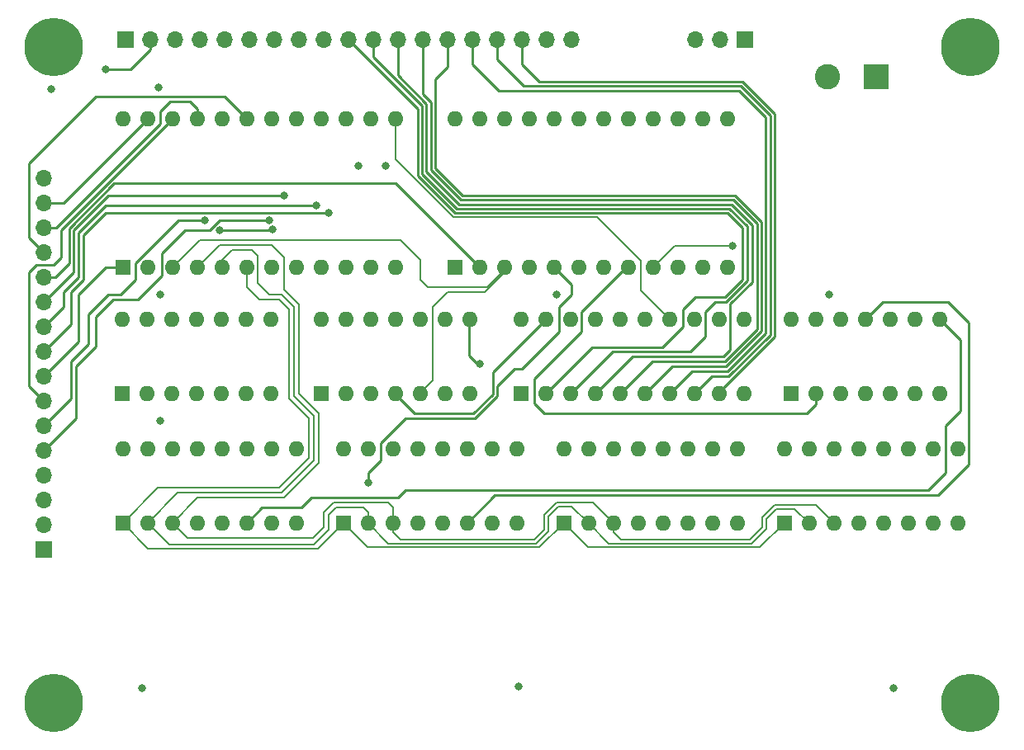
<source format=gbr>
%TF.GenerationSoftware,KiCad,Pcbnew,(5.1.9-0-10_14)*%
%TF.CreationDate,2021-07-06T01:07:33-04:00*%
%TF.ProjectId,ALU-181,414c552d-3138-4312-9e6b-696361645f70,rev?*%
%TF.SameCoordinates,Original*%
%TF.FileFunction,Copper,L2,Inr*%
%TF.FilePolarity,Positive*%
%FSLAX46Y46*%
G04 Gerber Fmt 4.6, Leading zero omitted, Abs format (unit mm)*
G04 Created by KiCad (PCBNEW (5.1.9-0-10_14)) date 2021-07-06 01:07:33*
%MOMM*%
%LPD*%
G01*
G04 APERTURE LIST*
%TA.AperFunction,ComponentPad*%
%ADD10O,1.600000X1.600000*%
%TD*%
%TA.AperFunction,ComponentPad*%
%ADD11R,1.600000X1.600000*%
%TD*%
%TA.AperFunction,ComponentPad*%
%ADD12O,1.700000X1.700000*%
%TD*%
%TA.AperFunction,ComponentPad*%
%ADD13R,1.700000X1.700000*%
%TD*%
%TA.AperFunction,ComponentPad*%
%ADD14C,0.800000*%
%TD*%
%TA.AperFunction,ComponentPad*%
%ADD15C,6.000000*%
%TD*%
%TA.AperFunction,ComponentPad*%
%ADD16C,2.600000*%
%TD*%
%TA.AperFunction,ComponentPad*%
%ADD17R,2.600000X2.600000*%
%TD*%
%TA.AperFunction,ViaPad*%
%ADD18C,0.800000*%
%TD*%
%TA.AperFunction,Conductor*%
%ADD19C,0.250000*%
%TD*%
%TA.AperFunction,Conductor*%
%ADD20C,0.200000*%
%TD*%
G04 APERTURE END LIST*
D10*
%TO.N,VCC*%
%TO.C,U7*%
X124206000Y-35306000D03*
%TO.N,GND*%
X139446000Y-42926000D03*
%TO.N,N/C*%
X126746000Y-35306000D03*
%TO.N,!ALU_S3*%
X136906000Y-42926000D03*
%TO.N,N/C*%
X129286000Y-35306000D03*
%TO.N,ALU_S3*%
X134366000Y-42926000D03*
%TO.N,N/C*%
X131826000Y-35306000D03*
%TO.N,NOT_ALU_OUT*%
X131826000Y-42926000D03*
%TO.N,N/C*%
X134366000Y-35306000D03*
%TO.N,ALU_OUT*%
X129286000Y-42926000D03*
%TO.N,ALU_MODE*%
X136906000Y-35306000D03*
%TO.N,NOT_CARRY*%
X126746000Y-42926000D03*
%TO.N,!ALU_MODE*%
X139446000Y-35306000D03*
D11*
%TO.N,CARRY*%
X124206000Y-42926000D03*
%TD*%
D12*
%TO.N,VCC*%
%TO.C,J2*%
X149860000Y-6604000D03*
%TO.N,GND*%
X147320000Y-6604000D03*
%TO.N,BUS_00*%
X144780000Y-6604000D03*
%TO.N,BUS_01*%
X142240000Y-6604000D03*
%TO.N,BUS_02*%
X139700000Y-6604000D03*
%TO.N,BUS_03*%
X137160000Y-6604000D03*
%TO.N,BUS_04*%
X134620000Y-6604000D03*
%TO.N,BUS_05*%
X132080000Y-6604000D03*
%TO.N,BUS_06*%
X129540000Y-6604000D03*
%TO.N,BUS_07*%
X127000000Y-6604000D03*
%TO.N,ALU_OUT*%
X124460000Y-6604000D03*
%TO.N,ALU_S3*%
X121920000Y-6604000D03*
%TO.N,ALU_S2*%
X119380000Y-6604000D03*
%TO.N,ALU_S1*%
X116840000Y-6604000D03*
%TO.N,ALU_S0*%
X114300000Y-6604000D03*
%TO.N,ALU_MODE*%
X111760000Y-6604000D03*
%TO.N,NOT_CARRY*%
X109220000Y-6604000D03*
%TO.N,A_EQ_B*%
X106680000Y-6604000D03*
D13*
%TO.N,A_GT_B*%
X104140000Y-6604000D03*
%TD*%
D12*
%TO.N,VCC*%
%TO.C,J17*%
X162560000Y-6604000D03*
%TO.N,Net-(J17-Pad2)*%
X165100000Y-6604000D03*
D13*
%TO.N,GND*%
X167640000Y-6604000D03*
%TD*%
D10*
%TO.N,VCC*%
%TO.C,U5*%
X171674000Y-48588000D03*
%TO.N,GND*%
X189454000Y-56208000D03*
%TO.N,Net-(D40-Pad1)*%
X174214000Y-48588000D03*
%TO.N,Net-(D33-Pad1)*%
X186914000Y-56208000D03*
%TO.N,Net-(D39-Pad1)*%
X176754000Y-48588000D03*
%TO.N,Net-(U3-Pad3)*%
X184374000Y-56208000D03*
%TO.N,Net-(D38-Pad1)*%
X179294000Y-48588000D03*
%TO.N,GND*%
X181834000Y-56208000D03*
%TO.N,Net-(D37-Pad1)*%
X181834000Y-48588000D03*
%TO.N,GND*%
X179294000Y-56208000D03*
%TO.N,Net-(D36-Pad1)*%
X184374000Y-48588000D03*
%TO.N,ALU_S2*%
X176754000Y-56208000D03*
%TO.N,Net-(D35-Pad1)*%
X186914000Y-48588000D03*
%TO.N,ALU_S1*%
X174214000Y-56208000D03*
%TO.N,Net-(D34-Pad1)*%
X189454000Y-48588000D03*
D11*
%TO.N,ALU_S0*%
X171674000Y-56208000D03*
%TD*%
D10*
%TO.N,VCC*%
%TO.C,U4*%
X149068000Y-48588000D03*
%TO.N,GND*%
X166848000Y-56208000D03*
%TO.N,Net-(D32-Pad1)*%
X151608000Y-48588000D03*
%TO.N,Net-(D25-Pad1)*%
X164308000Y-56208000D03*
%TO.N,Net-(D31-Pad1)*%
X154148000Y-48588000D03*
%TO.N,Net-(U3-Pad6)*%
X161768000Y-56208000D03*
%TO.N,Net-(D30-Pad1)*%
X156688000Y-48588000D03*
%TO.N,GND*%
X159228000Y-56208000D03*
%TO.N,Net-(D29-Pad1)*%
X159228000Y-48588000D03*
%TO.N,GND*%
X156688000Y-56208000D03*
%TO.N,Net-(D28-Pad1)*%
X161768000Y-48588000D03*
%TO.N,ALU_S2*%
X154148000Y-56208000D03*
%TO.N,Net-(D27-Pad1)*%
X164308000Y-48588000D03*
%TO.N,ALU_S1*%
X151608000Y-56208000D03*
%TO.N,Net-(D26-Pad1)*%
X166848000Y-48588000D03*
D11*
%TO.N,ALU_S0*%
X149068000Y-56208000D03*
%TD*%
D10*
%TO.N,VCC*%
%TO.C,U3*%
X172382000Y-35284000D03*
%TO.N,GND*%
X187622000Y-42904000D03*
%TO.N,ALU_S3*%
X174922000Y-35284000D03*
%TO.N,Net-(U3-Pad6)*%
X185082000Y-42904000D03*
%TO.N,!ALU_MODE*%
X177462000Y-35284000D03*
%TO.N,ALU_MODE*%
X182542000Y-42904000D03*
%TO.N,Net-(U2-Pad6)*%
X180002000Y-35284000D03*
%TO.N,!ALU_S3*%
X180002000Y-42904000D03*
X182542000Y-35284000D03*
%TO.N,Net-(U3-Pad3)*%
X177462000Y-42904000D03*
%TO.N,!ALU_MODE*%
X185082000Y-35284000D03*
%TO.N,ALU_MODE*%
X174922000Y-42904000D03*
%TO.N,Net-(U1-Pad6)*%
X187622000Y-35284000D03*
D11*
%TO.N,ALU_S3*%
X172382000Y-42904000D03*
%TD*%
D10*
%TO.N,VCC*%
%TO.C,U2*%
X126462000Y-48588000D03*
%TO.N,GND*%
X144242000Y-56208000D03*
%TO.N,Net-(D24-Pad1)*%
X129002000Y-48588000D03*
%TO.N,Net-(D17-Pad1)*%
X141702000Y-56208000D03*
%TO.N,Net-(D23-Pad1)*%
X131542000Y-48588000D03*
%TO.N,Net-(U2-Pad6)*%
X139162000Y-56208000D03*
%TO.N,Net-(D22-Pad1)*%
X134082000Y-48588000D03*
%TO.N,GND*%
X136622000Y-56208000D03*
%TO.N,Net-(D21-Pad1)*%
X136622000Y-48588000D03*
%TO.N,GND*%
X134082000Y-56208000D03*
%TO.N,Net-(D20-Pad1)*%
X139162000Y-48588000D03*
%TO.N,ALU_S2*%
X131542000Y-56208000D03*
%TO.N,Net-(D19-Pad1)*%
X141702000Y-48588000D03*
%TO.N,ALU_S1*%
X129002000Y-56208000D03*
%TO.N,Net-(D18-Pad1)*%
X144242000Y-48588000D03*
D11*
%TO.N,ALU_S0*%
X126462000Y-56208000D03*
%TD*%
D10*
%TO.N,VCC*%
%TO.C,U1*%
X103856000Y-48588000D03*
%TO.N,GND*%
X121636000Y-56208000D03*
%TO.N,Net-(D16-Pad1)*%
X106396000Y-48588000D03*
%TO.N,Net-(D9-Pad1)*%
X119096000Y-56208000D03*
%TO.N,Net-(D15-Pad1)*%
X108936000Y-48588000D03*
%TO.N,Net-(U1-Pad6)*%
X116556000Y-56208000D03*
%TO.N,Net-(D14-Pad1)*%
X111476000Y-48588000D03*
%TO.N,GND*%
X114016000Y-56208000D03*
%TO.N,Net-(D13-Pad1)*%
X114016000Y-48588000D03*
%TO.N,GND*%
X111476000Y-56208000D03*
%TO.N,Net-(D12-Pad1)*%
X116556000Y-48588000D03*
%TO.N,ALU_S2*%
X108936000Y-56208000D03*
%TO.N,Net-(D11-Pad1)*%
X119096000Y-48588000D03*
%TO.N,ALU_S1*%
X106396000Y-56208000D03*
%TO.N,Net-(D10-Pad1)*%
X121636000Y-48588000D03*
D11*
%TO.N,ALU_S0*%
X103856000Y-56208000D03*
%TD*%
D14*
%TO.N,N/C*%
%TO.C,REF\u002A\u002A*%
X192344990Y-73085010D03*
X190754000Y-72426000D03*
X189163010Y-73085010D03*
X188504000Y-74676000D03*
X189163010Y-76266990D03*
X190754000Y-76926000D03*
X192344990Y-76266990D03*
X193004000Y-74676000D03*
D15*
X190754000Y-74676000D03*
%TD*%
%TO.N,N/C*%
%TO.C,REF\u002A\u002A*%
X190754000Y-7366000D03*
D14*
X193004000Y-7366000D03*
X192344990Y-8956990D03*
X190754000Y-9616000D03*
X189163010Y-8956990D03*
X188504000Y-7366000D03*
X189163010Y-5775010D03*
X190754000Y-5116000D03*
X192344990Y-5775010D03*
%TD*%
D15*
%TO.N,N/C*%
%TO.C,REF\u002A\u002A*%
X96774000Y-74676000D03*
D14*
X99024000Y-74676000D03*
X98364990Y-76266990D03*
X96774000Y-76926000D03*
X95183010Y-76266990D03*
X94524000Y-74676000D03*
X95183010Y-73085010D03*
X96774000Y-72426000D03*
X98364990Y-73085010D03*
%TD*%
%TO.N,N/C*%
%TO.C,REF\u002A\u002A*%
X98364990Y-5775010D03*
X96774000Y-5116000D03*
X95183010Y-5775010D03*
X94524000Y-7366000D03*
X95183010Y-8956990D03*
X96774000Y-9616000D03*
X98364990Y-8956990D03*
X99024000Y-7366000D03*
D15*
X96774000Y-7366000D03*
%TD*%
D12*
%TO.N,A0*%
%TO.C,J4*%
X95758000Y-20828000D03*
%TO.N,A1*%
X95758000Y-23368000D03*
%TO.N,A2*%
X95758000Y-25908000D03*
%TO.N,A3*%
X95758000Y-28448000D03*
%TO.N,A4*%
X95758000Y-30988000D03*
%TO.N,A5*%
X95758000Y-33528000D03*
%TO.N,A6*%
X95758000Y-36068000D03*
%TO.N,A7*%
X95758000Y-38608000D03*
%TO.N,B0*%
X95758000Y-41148000D03*
%TO.N,B1*%
X95758000Y-43688000D03*
%TO.N,B2*%
X95758000Y-46228000D03*
%TO.N,B3*%
X95758000Y-48768000D03*
%TO.N,B4*%
X95758000Y-51308000D03*
%TO.N,B5*%
X95758000Y-53848000D03*
%TO.N,B6*%
X95758000Y-56388000D03*
D13*
%TO.N,B7*%
X95758000Y-58928000D03*
%TD*%
D10*
%TO.N,VCC*%
%TO.C,U11*%
X103886000Y-14732000D03*
%TO.N,GND*%
X131826000Y-29972000D03*
%TO.N,A1*%
X106426000Y-14732000D03*
%TO.N,F2*%
X129286000Y-29972000D03*
%TO.N,B1*%
X108966000Y-14732000D03*
%TO.N,F1*%
X126746000Y-29972000D03*
%TO.N,A2*%
X111506000Y-14732000D03*
%TO.N,F0*%
X124206000Y-29972000D03*
%TO.N,B2*%
X114046000Y-14732000D03*
%TO.N,ALU_MODE*%
X121666000Y-29972000D03*
%TO.N,A3*%
X116586000Y-14732000D03*
%TO.N,Net-(J17-Pad2)*%
X119126000Y-29972000D03*
%TO.N,B3*%
X119126000Y-14732000D03*
%TO.N,ALU_S0*%
X116586000Y-29972000D03*
%TO.N,Net-(U11-Pad17)*%
X121666000Y-14732000D03*
%TO.N,ALU_S1*%
X114046000Y-29972000D03*
%TO.N,CN+4*%
X124206000Y-14732000D03*
%TO.N,ALU_S2*%
X111506000Y-29972000D03*
%TO.N,Net-(U11-Pad15)*%
X126746000Y-14732000D03*
%TO.N,ALU_S3*%
X108966000Y-29972000D03*
%TO.N,A_EQ_B*%
X129286000Y-14732000D03*
%TO.N,A0*%
X106426000Y-29972000D03*
%TO.N,F3*%
X131826000Y-14732000D03*
D11*
%TO.N,B0*%
X103886000Y-29972000D03*
%TD*%
D10*
%TO.N,VCC*%
%TO.C,U10*%
X144696000Y-35284000D03*
%TO.N,GND*%
X167556000Y-42904000D03*
%TO.N,NOT_ALU_OUT*%
X147236000Y-35284000D03*
%TO.N,BUS_00*%
X165016000Y-42904000D03*
%TO.N,F7*%
X149776000Y-35284000D03*
%TO.N,BUS_01*%
X162476000Y-42904000D03*
%TO.N,F6*%
X152316000Y-35284000D03*
%TO.N,BUS_02*%
X159936000Y-42904000D03*
%TO.N,F5*%
X154856000Y-35284000D03*
%TO.N,BUS_03*%
X157396000Y-42904000D03*
%TO.N,F4*%
X157396000Y-35284000D03*
%TO.N,BUS_04*%
X154856000Y-42904000D03*
%TO.N,F3*%
X159936000Y-35284000D03*
%TO.N,BUS_05*%
X152316000Y-42904000D03*
%TO.N,F2*%
X162476000Y-35284000D03*
%TO.N,BUS_06*%
X149776000Y-42904000D03*
%TO.N,F1*%
X165016000Y-35284000D03*
%TO.N,BUS_07*%
X147236000Y-42904000D03*
%TO.N,F0*%
X167556000Y-35284000D03*
D11*
%TO.N,GND*%
X144696000Y-42904000D03*
%TD*%
D10*
%TO.N,VCC*%
%TO.C,U9*%
X137922000Y-14732000D03*
%TO.N,GND*%
X165862000Y-29972000D03*
%TO.N,A5*%
X140462000Y-14732000D03*
%TO.N,F6*%
X163322000Y-29972000D03*
%TO.N,B5*%
X143002000Y-14732000D03*
%TO.N,F5*%
X160782000Y-29972000D03*
%TO.N,A6*%
X145542000Y-14732000D03*
%TO.N,F4*%
X158242000Y-29972000D03*
%TO.N,B6*%
X148082000Y-14732000D03*
%TO.N,ALU_MODE*%
X155702000Y-29972000D03*
%TO.N,A7*%
X150622000Y-14732000D03*
%TO.N,CN+4*%
X153162000Y-29972000D03*
%TO.N,B7*%
X153162000Y-14732000D03*
%TO.N,ALU_S0*%
X150622000Y-29972000D03*
%TO.N,Net-(U9-Pad17)*%
X155702000Y-14732000D03*
%TO.N,ALU_S1*%
X148082000Y-29972000D03*
%TO.N,CARRY*%
X158242000Y-14732000D03*
%TO.N,ALU_S2*%
X145542000Y-29972000D03*
%TO.N,Net-(U9-Pad15)*%
X160782000Y-14732000D03*
%TO.N,ALU_S3*%
X143002000Y-29972000D03*
%TO.N,A_EQ_B*%
X163322000Y-14732000D03*
%TO.N,A4*%
X140462000Y-29972000D03*
%TO.N,F7*%
X165862000Y-14732000D03*
D11*
%TO.N,B4*%
X137922000Y-29972000D03*
%TD*%
D10*
%TO.N,VCC*%
%TO.C,U8*%
X103802000Y-35284000D03*
%TO.N,GND*%
X119042000Y-42904000D03*
%TO.N,N/C*%
X106342000Y-35284000D03*
%TO.N,A_EQ_B*%
X116502000Y-42904000D03*
%TO.N,N/C*%
X108882000Y-35284000D03*
%TO.N,CARRY*%
X113962000Y-42904000D03*
%TO.N,N/C*%
X111422000Y-35284000D03*
%TO.N,A_GT_B*%
X111422000Y-42904000D03*
%TO.N,N/C*%
X113962000Y-35284000D03*
X108882000Y-42904000D03*
X116502000Y-35284000D03*
X106342000Y-42904000D03*
X119042000Y-35284000D03*
D11*
X103802000Y-42904000D03*
%TD*%
D16*
%TO.N,GND*%
%TO.C,J3*%
X176102000Y-10414000D03*
D17*
%TO.N,VCC*%
X181102000Y-10414000D03*
%TD*%
D18*
%TO.N,VCC*%
X182880000Y-73152000D03*
X105801500Y-73152000D03*
X144410000Y-73030000D03*
%TO.N,GND*%
X176276000Y-32766000D03*
X148314000Y-32744000D03*
X107696000Y-32766000D03*
X107696000Y-45720000D03*
X130810000Y-19558000D03*
X107569000Y-11557000D03*
X96520000Y-11684000D03*
%TO.N,ALU_OUT*%
X128016000Y-19558000D03*
%TO.N,ALU_S2*%
X113831777Y-26131542D03*
X119188231Y-26094695D03*
%TO.N,ALU_S1*%
X129032000Y-52070000D03*
%TO.N,F4*%
X166370000Y-27770021D03*
%TO.N,A_EQ_B*%
X102108000Y-9652000D03*
%TO.N,A5*%
X120396000Y-22606000D03*
%TO.N,A6*%
X123698000Y-23622000D03*
%TO.N,A7*%
X124968000Y-24384000D03*
%TO.N,B2*%
X112263340Y-25141340D03*
%TO.N,B3*%
X118872000Y-25146000D03*
%TO.N,!ALU_MODE*%
X140462000Y-39878000D03*
%TD*%
D19*
%TO.N,ALU_MODE*%
X150901001Y-34518999D02*
X155448000Y-29972000D01*
X146050000Y-41402000D02*
X150901001Y-36550999D01*
X146050000Y-43942000D02*
X146050000Y-41402000D01*
X173990000Y-44958000D02*
X147066000Y-44958000D01*
X174922000Y-44026000D02*
X173990000Y-44958000D01*
X150901001Y-36550999D02*
X150901001Y-34518999D01*
X147066000Y-44958000D02*
X146050000Y-43942000D01*
X155448000Y-29972000D02*
X155702000Y-29972000D01*
X174922000Y-42904000D02*
X174922000Y-44026000D01*
D20*
%TO.N,ALU_S3*%
X143002000Y-30226000D02*
X143002000Y-29972000D01*
X135128000Y-32004000D02*
X141224000Y-32004000D01*
X134366000Y-31242000D02*
X135128000Y-32004000D01*
X141224000Y-32004000D02*
X143002000Y-30226000D01*
X108966000Y-29972000D02*
X111760000Y-27178000D01*
X111760000Y-27178000D02*
X132334000Y-27178000D01*
X134366000Y-29210000D02*
X134366000Y-31242000D01*
X132334000Y-27178000D02*
X134366000Y-29210000D01*
X137160000Y-32512000D02*
X140970000Y-32512000D01*
X143002000Y-30480000D02*
X143002000Y-29972000D01*
X135636000Y-34036000D02*
X137160000Y-32512000D01*
X140970000Y-32512000D02*
X143002000Y-30480000D01*
X135636000Y-41550000D02*
X135636000Y-34036000D01*
X134282000Y-42904000D02*
X135636000Y-41550000D01*
%TO.N,ALU_S2*%
X108936000Y-56208000D02*
X110490000Y-57762000D01*
X110490000Y-57762000D02*
X123340000Y-57762000D01*
X123340000Y-57762000D02*
X124460000Y-56642000D01*
X124460000Y-56642000D02*
X124460000Y-55118000D01*
X124460000Y-55118000D02*
X125476000Y-54102000D01*
X125476000Y-54102000D02*
X131064000Y-54102000D01*
X131542000Y-54580000D02*
X131542000Y-56208000D01*
X131064000Y-54102000D02*
X131542000Y-54580000D01*
X131542000Y-56208000D02*
X131542000Y-57120000D01*
X131542000Y-57120000D02*
X132334000Y-57912000D01*
X132334000Y-57912000D02*
X146050000Y-57912000D01*
X146050000Y-57912000D02*
X147066000Y-56896000D01*
X147066000Y-56896000D02*
X147066000Y-55372000D01*
X147066000Y-55372000D02*
X148336000Y-54102000D01*
X152042000Y-54102000D02*
X154148000Y-56208000D01*
X148336000Y-54102000D02*
X152042000Y-54102000D01*
X174902000Y-54356000D02*
X176754000Y-56208000D01*
X170688000Y-54356000D02*
X174902000Y-54356000D01*
X169418000Y-55626000D02*
X170688000Y-54356000D01*
X169418000Y-56642000D02*
X169418000Y-55626000D01*
X154940000Y-57912000D02*
X168148000Y-57912000D01*
X154148000Y-57120000D02*
X154940000Y-57912000D01*
X168148000Y-57912000D02*
X169418000Y-56642000D01*
X154148000Y-56208000D02*
X154148000Y-57120000D01*
X108936000Y-56208000D02*
X111550000Y-53594000D01*
X111550000Y-53594000D02*
X120396000Y-53594000D01*
X120396000Y-53594000D02*
X123952000Y-50038000D01*
X123952000Y-50038000D02*
X123952000Y-44958000D01*
X123952000Y-44958000D02*
X121920000Y-42926000D01*
X121920000Y-42926000D02*
X121920000Y-33782000D01*
X121920000Y-33782000D02*
X120396000Y-32258000D01*
X120396000Y-32258000D02*
X120396000Y-28956000D01*
X120396000Y-28956000D02*
X119126000Y-27686000D01*
X113792000Y-27686000D02*
X111506000Y-29972000D01*
X119126000Y-27686000D02*
X113792000Y-27686000D01*
D19*
X119151384Y-26131542D02*
X119188231Y-26094695D01*
X113831777Y-26131542D02*
X119151384Y-26131542D01*
D20*
%TO.N,ALU_S1*%
X124968000Y-55372000D02*
X125730000Y-54610000D01*
X124968000Y-56896000D02*
X124968000Y-55372000D01*
X129002000Y-55088000D02*
X129002000Y-56208000D01*
X108608000Y-58420000D02*
X123444000Y-58420000D01*
X106396000Y-56208000D02*
X108608000Y-58420000D01*
X125730000Y-54610000D02*
X128524000Y-54610000D01*
X128524000Y-54610000D02*
X129002000Y-55088000D01*
X123444000Y-58420000D02*
X124968000Y-56896000D01*
X129002000Y-56208000D02*
X131106011Y-58312011D01*
X146215689Y-58312011D02*
X147466009Y-57061691D01*
X147466009Y-55537691D02*
X148501689Y-54502011D01*
X131106011Y-58312011D02*
X146215689Y-58312011D01*
X147466009Y-57061691D02*
X147466009Y-55537691D01*
X148501689Y-54502011D02*
X149902011Y-54502011D01*
X149902011Y-54502011D02*
X151608000Y-56208000D01*
X169818011Y-56807689D02*
X169818011Y-55791689D01*
X169818011Y-55791689D02*
X170853689Y-54756011D01*
X168313689Y-58312011D02*
X169818011Y-56807689D01*
X151608000Y-56208000D02*
X153712011Y-58312011D01*
X153712011Y-58312011D02*
X168313689Y-58312011D01*
X172762011Y-54756011D02*
X174214000Y-56208000D01*
X170853689Y-54756011D02*
X172762011Y-54756011D01*
X114046000Y-29210000D02*
X114046000Y-29972000D01*
X115062000Y-28194000D02*
X114046000Y-29210000D01*
X117094000Y-28194000D02*
X115062000Y-28194000D01*
X120142000Y-53086000D02*
X123444000Y-49784000D01*
X117686001Y-31580001D02*
X117686001Y-28786001D01*
X123444000Y-45212000D02*
X121412000Y-43180000D01*
X121412000Y-43180000D02*
X121412000Y-34036000D01*
X123444000Y-49784000D02*
X123444000Y-45212000D01*
X120142000Y-32766000D02*
X118872000Y-32766000D01*
X121412000Y-34036000D02*
X120142000Y-32766000D01*
X109518000Y-53086000D02*
X120142000Y-53086000D01*
X117686001Y-28786001D02*
X117094000Y-28194000D01*
X118872000Y-32766000D02*
X117686001Y-31580001D01*
X106396000Y-56208000D02*
X109518000Y-53086000D01*
D19*
X130302000Y-49784000D02*
X129032000Y-51054000D01*
X132842000Y-45466000D02*
X130302000Y-48006000D01*
X130302000Y-48006000D02*
X130302000Y-49784000D01*
X139954000Y-45466000D02*
X132842000Y-45466000D01*
X142240000Y-42164000D02*
X142240000Y-43180000D01*
X142240000Y-43180000D02*
X139954000Y-45466000D01*
X144780000Y-40386000D02*
X144018000Y-40386000D01*
X148082000Y-29972000D02*
X149860000Y-31750000D01*
X129032000Y-51054000D02*
X129032000Y-52070000D01*
X149860000Y-32766000D02*
X148590000Y-34036000D01*
X148590000Y-36576000D02*
X144780000Y-40386000D01*
X148590000Y-34036000D02*
X148590000Y-36576000D01*
X144018000Y-40386000D02*
X142240000Y-42164000D01*
X149860000Y-31750000D02*
X149860000Y-32766000D01*
D20*
%TO.N,ALU_S0*%
X103856000Y-56208000D02*
X106468011Y-58820011D01*
X106468011Y-58820011D02*
X123849989Y-58820011D01*
X123849989Y-58820011D02*
X126462000Y-56208000D01*
X126462000Y-56208000D02*
X128966022Y-58712022D01*
X128966022Y-58712022D02*
X146563978Y-58712022D01*
X146563978Y-58712022D02*
X149068000Y-56208000D01*
X149068000Y-56208000D02*
X151572020Y-58712020D01*
X151572020Y-58712020D02*
X169169980Y-58712020D01*
X169169980Y-58712020D02*
X171674000Y-56208000D01*
X103856000Y-56208000D02*
X107486000Y-52578000D01*
X107486000Y-52578000D02*
X119888000Y-52578000D01*
X119888000Y-52578000D02*
X122936000Y-49530000D01*
X122936000Y-49530000D02*
X122936000Y-45466000D01*
X122936000Y-45466000D02*
X120904000Y-43434000D01*
X120904000Y-43434000D02*
X120904000Y-34290000D01*
X120904000Y-34290000D02*
X119888000Y-33274000D01*
X119888000Y-33274000D02*
X117856000Y-33274000D01*
X116586000Y-32004000D02*
X116586000Y-29972000D01*
X117856000Y-33274000D02*
X116586000Y-32004000D01*
D19*
%TO.N,NOT_ALU_OUT*%
X147236000Y-35284000D02*
X141789989Y-40730011D01*
X141789989Y-40730011D02*
X141789989Y-42993601D01*
X141789989Y-42993601D02*
X139825590Y-44958000D01*
X139825590Y-44958000D02*
X133796000Y-44958000D01*
X133796000Y-44958000D02*
X131742000Y-42904000D01*
D20*
%TO.N,F4*%
X158242000Y-29972000D02*
X160443979Y-27770021D01*
X160443979Y-27770021D02*
X166370000Y-27770021D01*
%TO.N,F3*%
X131826000Y-18894699D02*
X131826000Y-14732000D01*
X137762355Y-24831055D02*
X131826000Y-18894699D01*
X156972000Y-29274000D02*
X152529055Y-24831055D01*
X156972000Y-32320000D02*
X156972000Y-29274000D01*
X152529055Y-24831055D02*
X137762355Y-24831055D01*
X159936000Y-35284000D02*
X156972000Y-32320000D01*
D19*
%TO.N,BUS_00*%
X170688000Y-37084000D02*
X170688000Y-14224000D01*
X144780000Y-9144000D02*
X144780000Y-6604000D01*
X165016000Y-42756000D02*
X170688000Y-37084000D01*
X167386000Y-10922000D02*
X146558000Y-10922000D01*
X170688000Y-14224000D02*
X167386000Y-10922000D01*
X146558000Y-10922000D02*
X144780000Y-9144000D01*
X165016000Y-42904000D02*
X165016000Y-42756000D01*
%TO.N,BUS_01*%
X167199601Y-11372011D02*
X144976011Y-11372011D01*
X170237989Y-36897601D02*
X170237989Y-14410399D01*
X165987590Y-41148000D02*
X170237989Y-36897601D01*
X170237989Y-14410399D02*
X167199601Y-11372011D01*
X164232000Y-41148000D02*
X165987590Y-41148000D01*
X142240000Y-8636000D02*
X142240000Y-6604000D01*
X144976011Y-11372011D02*
X142240000Y-8636000D01*
X162476000Y-42904000D02*
X164232000Y-41148000D01*
%TO.N,BUS_02*%
X142378022Y-11822022D02*
X139700000Y-9144000D01*
X167013202Y-11822022D02*
X142378022Y-11822022D01*
X169787978Y-14596798D02*
X167013202Y-11822022D01*
X169787978Y-36711202D02*
X169787978Y-14596798D01*
X162200000Y-40640000D02*
X165859180Y-40640000D01*
X139700000Y-9144000D02*
X139700000Y-6604000D01*
X165859180Y-40640000D02*
X169787978Y-36711202D01*
X159936000Y-42904000D02*
X162200000Y-40640000D01*
%TO.N,BUS_03*%
X138684000Y-22606000D02*
X166624000Y-22606000D01*
X165730770Y-40132000D02*
X160168000Y-40132000D01*
X135890000Y-19812000D02*
X138684000Y-22606000D01*
X169337967Y-36524803D02*
X165730770Y-40132000D01*
X169337967Y-25319967D02*
X169337967Y-36524803D01*
X160168000Y-40132000D02*
X157396000Y-42904000D01*
X166624000Y-22606000D02*
X169337967Y-25319967D01*
X135890000Y-19812000D02*
X135890000Y-10668000D01*
X137160000Y-9398000D02*
X137160000Y-6604000D01*
X135890000Y-10668000D02*
X137160000Y-9398000D01*
%TO.N,BUS_04*%
X168887956Y-36338404D02*
X165602360Y-39624000D01*
X135439989Y-19998400D02*
X138497600Y-23056011D01*
X138497600Y-23056011D02*
X166437601Y-23056011D01*
X165602360Y-39624000D02*
X158136000Y-39624000D01*
X168887956Y-25506366D02*
X168887956Y-36338404D01*
X158136000Y-39624000D02*
X154856000Y-42904000D01*
X166437601Y-23056011D02*
X168887956Y-25506366D01*
X134620000Y-6604000D02*
X134539967Y-6684033D01*
X135439989Y-19998400D02*
X135439989Y-13011989D01*
X134620000Y-12192000D02*
X134620000Y-6604000D01*
X135439989Y-13011989D02*
X134620000Y-12192000D01*
%TO.N,BUS_05*%
X134989978Y-13198388D02*
X132080000Y-10288410D01*
X152316000Y-42904000D02*
X156104000Y-39116000D01*
X168402000Y-31496000D02*
X168402000Y-25656820D01*
X138311200Y-23506022D02*
X134989978Y-20184800D01*
X165473950Y-39116000D02*
X166151945Y-38438005D01*
X166151945Y-33746055D02*
X168402000Y-31496000D01*
X168402000Y-25656820D02*
X166251202Y-23506022D01*
X166251202Y-23506022D02*
X138311200Y-23506022D01*
X166151945Y-38438005D02*
X166151945Y-33746055D01*
X134989978Y-20184800D02*
X134989978Y-13198388D01*
X132080000Y-10288410D02*
X132080000Y-6604000D01*
X156104000Y-39116000D02*
X165473950Y-39116000D01*
%TO.N,BUS_06*%
X129540000Y-8384820D02*
X129540000Y-6604000D01*
X154072000Y-38608000D02*
X162052000Y-38608000D01*
X162052000Y-38608000D02*
X163601001Y-37058999D01*
X134539967Y-20371200D02*
X134539967Y-13384787D01*
X166064803Y-23956033D02*
X138124800Y-23956033D01*
X167894000Y-31367590D02*
X167894000Y-25785230D01*
X163601001Y-34518999D02*
X164592000Y-33528000D01*
X163601001Y-37058999D02*
X163601001Y-34518999D01*
X165733589Y-33528000D02*
X167894000Y-31367590D01*
X164592000Y-33528000D02*
X165733589Y-33528000D01*
X149776000Y-42904000D02*
X154072000Y-38608000D01*
X167894000Y-25785230D02*
X166064803Y-23956033D01*
X138124800Y-23956033D02*
X134539967Y-20371200D01*
X134539967Y-13384787D02*
X129540000Y-8384820D01*
%TO.N,BUS_07*%
X127000000Y-6604000D02*
X134089956Y-13693956D01*
X134089956Y-13693956D02*
X134089956Y-20557600D01*
X137938400Y-24406044D02*
X165878403Y-24406044D01*
X167386000Y-25913643D02*
X167386000Y-31239180D01*
X167386000Y-31239180D02*
X165605179Y-33020000D01*
X134089956Y-20557600D02*
X137938400Y-24406044D01*
X151982011Y-38157989D02*
X147236000Y-42904000D01*
X162560000Y-33020000D02*
X161290000Y-34290000D01*
X161290000Y-34290000D02*
X161290000Y-36068000D01*
X161290000Y-36068000D02*
X159200011Y-38157989D01*
X165878403Y-24406044D02*
X167386000Y-25913643D01*
X165605179Y-33020000D02*
X162560000Y-33020000D01*
X159200011Y-38157989D02*
X151982011Y-38157989D01*
%TO.N,A_EQ_B*%
X102108000Y-9652000D02*
X104648000Y-9652000D01*
X106680000Y-7620000D02*
X106680000Y-6604000D01*
X104648000Y-9652000D02*
X106680000Y-7620000D01*
%TO.N,A5*%
X95758000Y-33528000D02*
X98806000Y-30480000D01*
X98806000Y-30480000D02*
X98806000Y-26162000D01*
X98806000Y-26162000D02*
X102362000Y-22606000D01*
X102362000Y-22606000D02*
X120396000Y-22606000D01*
%TO.N,A6*%
X95758000Y-36068000D02*
X97790000Y-34036000D01*
X97790000Y-34036000D02*
X97790000Y-32512000D01*
X97790000Y-32512000D02*
X99314000Y-30988000D01*
X99314000Y-30988000D02*
X99314000Y-26416000D01*
X99314000Y-26416000D02*
X102108000Y-23622000D01*
X102108000Y-23622000D02*
X123698000Y-23622000D01*
%TO.N,A7*%
X95758000Y-38608000D02*
X98552000Y-35814000D01*
X98552000Y-35814000D02*
X98552000Y-32512000D01*
X98552000Y-32512000D02*
X99822000Y-31242000D01*
X99822000Y-31242000D02*
X99822000Y-26670000D01*
X99822000Y-26670000D02*
X102108000Y-24384000D01*
X102108000Y-24384000D02*
X124968000Y-24384000D01*
%TO.N,A4*%
X98355989Y-29592092D02*
X98355989Y-25975600D01*
X98355989Y-25975600D02*
X102958591Y-21372998D01*
X102958591Y-21372998D02*
X131862998Y-21372998D01*
X131862998Y-21372998D02*
X140462000Y-29972000D01*
X96960081Y-30988000D02*
X98355989Y-29592092D01*
X95758000Y-30988000D02*
X96960081Y-30988000D01*
%TO.N,A1*%
X97790000Y-23368000D02*
X106426000Y-14732000D01*
X95758000Y-23368000D02*
X97790000Y-23368000D01*
%TO.N,B1*%
X94234000Y-30480000D02*
X94234000Y-42164000D01*
X96774000Y-29718000D02*
X94996000Y-29718000D01*
X94234000Y-42164000D02*
X95758000Y-43688000D01*
X97536000Y-28956000D02*
X96774000Y-29718000D01*
X94996000Y-29718000D02*
X94234000Y-30480000D01*
X108963179Y-14732000D02*
X97536000Y-26159179D01*
X108966000Y-14732000D02*
X108963179Y-14732000D01*
X97536000Y-26159179D02*
X97536000Y-28956000D01*
%TO.N,A2*%
X95758000Y-25908000D02*
X97028000Y-25908000D01*
X97028000Y-25908000D02*
X107696000Y-15240000D01*
X107696000Y-15240000D02*
X107696000Y-13970000D01*
X107696000Y-13970000D02*
X108712000Y-12954000D01*
X108712000Y-12954000D02*
X110744000Y-12954000D01*
X111506000Y-13716000D02*
X111506000Y-14732000D01*
X110744000Y-12954000D02*
X111506000Y-13716000D01*
%TO.N,B2*%
X98552000Y-43434000D02*
X98552000Y-39624000D01*
X105156000Y-29576998D02*
X109591658Y-25141340D01*
X98552000Y-39624000D02*
X100330000Y-37846000D01*
X102362000Y-32766000D02*
X103632000Y-32766000D01*
X109591658Y-25141340D02*
X112263340Y-25141340D01*
X100330000Y-34798000D02*
X102362000Y-32766000D01*
X105156000Y-31242000D02*
X105156000Y-29576998D01*
X95758000Y-46228000D02*
X98552000Y-43434000D01*
X103632000Y-32766000D02*
X105156000Y-31242000D01*
X100330000Y-37846000D02*
X100330000Y-34798000D01*
%TO.N,A3*%
X95758000Y-28448000D02*
X94234000Y-26924000D01*
X94234000Y-26924000D02*
X94234000Y-19304000D01*
X94234000Y-19304000D02*
X101092000Y-12446000D01*
X114300000Y-12446000D02*
X116586000Y-14732000D01*
X101092000Y-12446000D02*
X114300000Y-12446000D01*
%TO.N,B3*%
X95758000Y-48768000D02*
X99060000Y-45466000D01*
X99060000Y-45466000D02*
X99060000Y-40132000D01*
X99060000Y-40132000D02*
X101092000Y-38100000D01*
X101092000Y-38100000D02*
X101092000Y-35052000D01*
X101092000Y-35052000D02*
X102870000Y-33274000D01*
X102870000Y-33274000D02*
X105410000Y-33274000D01*
X107840999Y-30843001D02*
X107840999Y-28557001D01*
X105410000Y-33274000D02*
X107840999Y-30843001D01*
X107840999Y-28557001D02*
X110236000Y-26162000D01*
X110236000Y-26162000D02*
X112776000Y-26162000D01*
X112776000Y-26162000D02*
X113792000Y-25146000D01*
X113792000Y-25146000D02*
X118872000Y-25146000D01*
%TO.N,B0*%
X95758000Y-41148000D02*
X99314000Y-37592000D01*
X99314000Y-37592000D02*
X99314000Y-32766000D01*
X102108000Y-29972000D02*
X103886000Y-29972000D01*
X99314000Y-32766000D02*
X102108000Y-29972000D01*
%TO.N,!ALU_MODE*%
X139362000Y-35284000D02*
X139362000Y-39032000D01*
X140208000Y-39878000D02*
X140462000Y-39878000D01*
X139362000Y-39032000D02*
X140208000Y-39878000D01*
%TO.N,Net-(U1-Pad6)*%
X187622000Y-35284000D02*
X189738000Y-37400000D01*
X189738000Y-37400000D02*
X189738000Y-44704000D01*
X189738000Y-44704000D02*
X188214000Y-46228000D01*
X188214000Y-46228000D02*
X188214000Y-51054000D01*
X188214000Y-51054000D02*
X186436000Y-52832000D01*
X186436000Y-52832000D02*
X132842000Y-52832000D01*
X132842000Y-52832000D02*
X132080000Y-53594000D01*
X132080000Y-53594000D02*
X123190000Y-53594000D01*
X123190000Y-53594000D02*
X122174000Y-54610000D01*
X118154000Y-54610000D02*
X116556000Y-56208000D01*
X122174000Y-54610000D02*
X118154000Y-54610000D01*
%TO.N,Net-(U2-Pad6)*%
X142030000Y-53340000D02*
X139162000Y-56208000D01*
X187452000Y-53340000D02*
X142030000Y-53340000D01*
X190579001Y-50212999D02*
X187452000Y-53340000D01*
X181758000Y-33528000D02*
X188468000Y-33528000D01*
X188468000Y-33528000D02*
X190579001Y-35639001D01*
X190579001Y-35639001D02*
X190579001Y-50212999D01*
X180002000Y-35284000D02*
X181758000Y-33528000D01*
%TD*%
M02*

</source>
